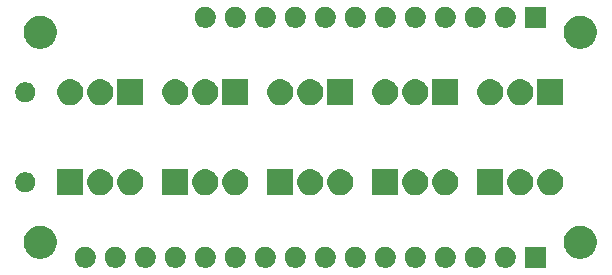
<source format=gbr>
G04 #@! TF.GenerationSoftware,KiCad,Pcbnew,5.1.5-52549c5~84~ubuntu18.04.1*
G04 #@! TF.CreationDate,2020-02-04T21:08:12-05:00*
G04 #@! TF.ProjectId,FeatherWing_KC5,46656174-6865-4725-9769-6e675f4b4335,rev?*
G04 #@! TF.SameCoordinates,Original*
G04 #@! TF.FileFunction,Soldermask,Top*
G04 #@! TF.FilePolarity,Negative*
%FSLAX46Y46*%
G04 Gerber Fmt 4.6, Leading zero omitted, Abs format (unit mm)*
G04 Created by KiCad (PCBNEW 5.1.5-52549c5~84~ubuntu18.04.1) date 2020-02-04 21:08:12*
%MOMM*%
%LPD*%
G04 APERTURE LIST*
%ADD10C,0.100000*%
G04 APERTURE END LIST*
D10*
G36*
X70751000Y-47891000D02*
G01*
X68949000Y-47891000D01*
X68949000Y-46089000D01*
X70751000Y-46089000D01*
X70751000Y-47891000D01*
G37*
G36*
X49643512Y-46093927D02*
G01*
X49792812Y-46123624D01*
X49956784Y-46191544D01*
X50104354Y-46290147D01*
X50229853Y-46415646D01*
X50328456Y-46563216D01*
X50396376Y-46727188D01*
X50431000Y-46901259D01*
X50431000Y-47078741D01*
X50396376Y-47252812D01*
X50328456Y-47416784D01*
X50229853Y-47564354D01*
X50104354Y-47689853D01*
X49956784Y-47788456D01*
X49792812Y-47856376D01*
X49643512Y-47886073D01*
X49618742Y-47891000D01*
X49441258Y-47891000D01*
X49416488Y-47886073D01*
X49267188Y-47856376D01*
X49103216Y-47788456D01*
X48955646Y-47689853D01*
X48830147Y-47564354D01*
X48731544Y-47416784D01*
X48663624Y-47252812D01*
X48629000Y-47078741D01*
X48629000Y-46901259D01*
X48663624Y-46727188D01*
X48731544Y-46563216D01*
X48830147Y-46415646D01*
X48955646Y-46290147D01*
X49103216Y-46191544D01*
X49267188Y-46123624D01*
X49416488Y-46093927D01*
X49441258Y-46089000D01*
X49618742Y-46089000D01*
X49643512Y-46093927D01*
G37*
G36*
X31863512Y-46093927D02*
G01*
X32012812Y-46123624D01*
X32176784Y-46191544D01*
X32324354Y-46290147D01*
X32449853Y-46415646D01*
X32548456Y-46563216D01*
X32616376Y-46727188D01*
X32651000Y-46901259D01*
X32651000Y-47078741D01*
X32616376Y-47252812D01*
X32548456Y-47416784D01*
X32449853Y-47564354D01*
X32324354Y-47689853D01*
X32176784Y-47788456D01*
X32012812Y-47856376D01*
X31863512Y-47886073D01*
X31838742Y-47891000D01*
X31661258Y-47891000D01*
X31636488Y-47886073D01*
X31487188Y-47856376D01*
X31323216Y-47788456D01*
X31175646Y-47689853D01*
X31050147Y-47564354D01*
X30951544Y-47416784D01*
X30883624Y-47252812D01*
X30849000Y-47078741D01*
X30849000Y-46901259D01*
X30883624Y-46727188D01*
X30951544Y-46563216D01*
X31050147Y-46415646D01*
X31175646Y-46290147D01*
X31323216Y-46191544D01*
X31487188Y-46123624D01*
X31636488Y-46093927D01*
X31661258Y-46089000D01*
X31838742Y-46089000D01*
X31863512Y-46093927D01*
G37*
G36*
X34403512Y-46093927D02*
G01*
X34552812Y-46123624D01*
X34716784Y-46191544D01*
X34864354Y-46290147D01*
X34989853Y-46415646D01*
X35088456Y-46563216D01*
X35156376Y-46727188D01*
X35191000Y-46901259D01*
X35191000Y-47078741D01*
X35156376Y-47252812D01*
X35088456Y-47416784D01*
X34989853Y-47564354D01*
X34864354Y-47689853D01*
X34716784Y-47788456D01*
X34552812Y-47856376D01*
X34403512Y-47886073D01*
X34378742Y-47891000D01*
X34201258Y-47891000D01*
X34176488Y-47886073D01*
X34027188Y-47856376D01*
X33863216Y-47788456D01*
X33715646Y-47689853D01*
X33590147Y-47564354D01*
X33491544Y-47416784D01*
X33423624Y-47252812D01*
X33389000Y-47078741D01*
X33389000Y-46901259D01*
X33423624Y-46727188D01*
X33491544Y-46563216D01*
X33590147Y-46415646D01*
X33715646Y-46290147D01*
X33863216Y-46191544D01*
X34027188Y-46123624D01*
X34176488Y-46093927D01*
X34201258Y-46089000D01*
X34378742Y-46089000D01*
X34403512Y-46093927D01*
G37*
G36*
X36943512Y-46093927D02*
G01*
X37092812Y-46123624D01*
X37256784Y-46191544D01*
X37404354Y-46290147D01*
X37529853Y-46415646D01*
X37628456Y-46563216D01*
X37696376Y-46727188D01*
X37731000Y-46901259D01*
X37731000Y-47078741D01*
X37696376Y-47252812D01*
X37628456Y-47416784D01*
X37529853Y-47564354D01*
X37404354Y-47689853D01*
X37256784Y-47788456D01*
X37092812Y-47856376D01*
X36943512Y-47886073D01*
X36918742Y-47891000D01*
X36741258Y-47891000D01*
X36716488Y-47886073D01*
X36567188Y-47856376D01*
X36403216Y-47788456D01*
X36255646Y-47689853D01*
X36130147Y-47564354D01*
X36031544Y-47416784D01*
X35963624Y-47252812D01*
X35929000Y-47078741D01*
X35929000Y-46901259D01*
X35963624Y-46727188D01*
X36031544Y-46563216D01*
X36130147Y-46415646D01*
X36255646Y-46290147D01*
X36403216Y-46191544D01*
X36567188Y-46123624D01*
X36716488Y-46093927D01*
X36741258Y-46089000D01*
X36918742Y-46089000D01*
X36943512Y-46093927D01*
G37*
G36*
X39483512Y-46093927D02*
G01*
X39632812Y-46123624D01*
X39796784Y-46191544D01*
X39944354Y-46290147D01*
X40069853Y-46415646D01*
X40168456Y-46563216D01*
X40236376Y-46727188D01*
X40271000Y-46901259D01*
X40271000Y-47078741D01*
X40236376Y-47252812D01*
X40168456Y-47416784D01*
X40069853Y-47564354D01*
X39944354Y-47689853D01*
X39796784Y-47788456D01*
X39632812Y-47856376D01*
X39483512Y-47886073D01*
X39458742Y-47891000D01*
X39281258Y-47891000D01*
X39256488Y-47886073D01*
X39107188Y-47856376D01*
X38943216Y-47788456D01*
X38795646Y-47689853D01*
X38670147Y-47564354D01*
X38571544Y-47416784D01*
X38503624Y-47252812D01*
X38469000Y-47078741D01*
X38469000Y-46901259D01*
X38503624Y-46727188D01*
X38571544Y-46563216D01*
X38670147Y-46415646D01*
X38795646Y-46290147D01*
X38943216Y-46191544D01*
X39107188Y-46123624D01*
X39256488Y-46093927D01*
X39281258Y-46089000D01*
X39458742Y-46089000D01*
X39483512Y-46093927D01*
G37*
G36*
X42023512Y-46093927D02*
G01*
X42172812Y-46123624D01*
X42336784Y-46191544D01*
X42484354Y-46290147D01*
X42609853Y-46415646D01*
X42708456Y-46563216D01*
X42776376Y-46727188D01*
X42811000Y-46901259D01*
X42811000Y-47078741D01*
X42776376Y-47252812D01*
X42708456Y-47416784D01*
X42609853Y-47564354D01*
X42484354Y-47689853D01*
X42336784Y-47788456D01*
X42172812Y-47856376D01*
X42023512Y-47886073D01*
X41998742Y-47891000D01*
X41821258Y-47891000D01*
X41796488Y-47886073D01*
X41647188Y-47856376D01*
X41483216Y-47788456D01*
X41335646Y-47689853D01*
X41210147Y-47564354D01*
X41111544Y-47416784D01*
X41043624Y-47252812D01*
X41009000Y-47078741D01*
X41009000Y-46901259D01*
X41043624Y-46727188D01*
X41111544Y-46563216D01*
X41210147Y-46415646D01*
X41335646Y-46290147D01*
X41483216Y-46191544D01*
X41647188Y-46123624D01*
X41796488Y-46093927D01*
X41821258Y-46089000D01*
X41998742Y-46089000D01*
X42023512Y-46093927D01*
G37*
G36*
X44563512Y-46093927D02*
G01*
X44712812Y-46123624D01*
X44876784Y-46191544D01*
X45024354Y-46290147D01*
X45149853Y-46415646D01*
X45248456Y-46563216D01*
X45316376Y-46727188D01*
X45351000Y-46901259D01*
X45351000Y-47078741D01*
X45316376Y-47252812D01*
X45248456Y-47416784D01*
X45149853Y-47564354D01*
X45024354Y-47689853D01*
X44876784Y-47788456D01*
X44712812Y-47856376D01*
X44563512Y-47886073D01*
X44538742Y-47891000D01*
X44361258Y-47891000D01*
X44336488Y-47886073D01*
X44187188Y-47856376D01*
X44023216Y-47788456D01*
X43875646Y-47689853D01*
X43750147Y-47564354D01*
X43651544Y-47416784D01*
X43583624Y-47252812D01*
X43549000Y-47078741D01*
X43549000Y-46901259D01*
X43583624Y-46727188D01*
X43651544Y-46563216D01*
X43750147Y-46415646D01*
X43875646Y-46290147D01*
X44023216Y-46191544D01*
X44187188Y-46123624D01*
X44336488Y-46093927D01*
X44361258Y-46089000D01*
X44538742Y-46089000D01*
X44563512Y-46093927D01*
G37*
G36*
X47103512Y-46093927D02*
G01*
X47252812Y-46123624D01*
X47416784Y-46191544D01*
X47564354Y-46290147D01*
X47689853Y-46415646D01*
X47788456Y-46563216D01*
X47856376Y-46727188D01*
X47891000Y-46901259D01*
X47891000Y-47078741D01*
X47856376Y-47252812D01*
X47788456Y-47416784D01*
X47689853Y-47564354D01*
X47564354Y-47689853D01*
X47416784Y-47788456D01*
X47252812Y-47856376D01*
X47103512Y-47886073D01*
X47078742Y-47891000D01*
X46901258Y-47891000D01*
X46876488Y-47886073D01*
X46727188Y-47856376D01*
X46563216Y-47788456D01*
X46415646Y-47689853D01*
X46290147Y-47564354D01*
X46191544Y-47416784D01*
X46123624Y-47252812D01*
X46089000Y-47078741D01*
X46089000Y-46901259D01*
X46123624Y-46727188D01*
X46191544Y-46563216D01*
X46290147Y-46415646D01*
X46415646Y-46290147D01*
X46563216Y-46191544D01*
X46727188Y-46123624D01*
X46876488Y-46093927D01*
X46901258Y-46089000D01*
X47078742Y-46089000D01*
X47103512Y-46093927D01*
G37*
G36*
X52183512Y-46093927D02*
G01*
X52332812Y-46123624D01*
X52496784Y-46191544D01*
X52644354Y-46290147D01*
X52769853Y-46415646D01*
X52868456Y-46563216D01*
X52936376Y-46727188D01*
X52971000Y-46901259D01*
X52971000Y-47078741D01*
X52936376Y-47252812D01*
X52868456Y-47416784D01*
X52769853Y-47564354D01*
X52644354Y-47689853D01*
X52496784Y-47788456D01*
X52332812Y-47856376D01*
X52183512Y-47886073D01*
X52158742Y-47891000D01*
X51981258Y-47891000D01*
X51956488Y-47886073D01*
X51807188Y-47856376D01*
X51643216Y-47788456D01*
X51495646Y-47689853D01*
X51370147Y-47564354D01*
X51271544Y-47416784D01*
X51203624Y-47252812D01*
X51169000Y-47078741D01*
X51169000Y-46901259D01*
X51203624Y-46727188D01*
X51271544Y-46563216D01*
X51370147Y-46415646D01*
X51495646Y-46290147D01*
X51643216Y-46191544D01*
X51807188Y-46123624D01*
X51956488Y-46093927D01*
X51981258Y-46089000D01*
X52158742Y-46089000D01*
X52183512Y-46093927D01*
G37*
G36*
X54723512Y-46093927D02*
G01*
X54872812Y-46123624D01*
X55036784Y-46191544D01*
X55184354Y-46290147D01*
X55309853Y-46415646D01*
X55408456Y-46563216D01*
X55476376Y-46727188D01*
X55511000Y-46901259D01*
X55511000Y-47078741D01*
X55476376Y-47252812D01*
X55408456Y-47416784D01*
X55309853Y-47564354D01*
X55184354Y-47689853D01*
X55036784Y-47788456D01*
X54872812Y-47856376D01*
X54723512Y-47886073D01*
X54698742Y-47891000D01*
X54521258Y-47891000D01*
X54496488Y-47886073D01*
X54347188Y-47856376D01*
X54183216Y-47788456D01*
X54035646Y-47689853D01*
X53910147Y-47564354D01*
X53811544Y-47416784D01*
X53743624Y-47252812D01*
X53709000Y-47078741D01*
X53709000Y-46901259D01*
X53743624Y-46727188D01*
X53811544Y-46563216D01*
X53910147Y-46415646D01*
X54035646Y-46290147D01*
X54183216Y-46191544D01*
X54347188Y-46123624D01*
X54496488Y-46093927D01*
X54521258Y-46089000D01*
X54698742Y-46089000D01*
X54723512Y-46093927D01*
G37*
G36*
X57263512Y-46093927D02*
G01*
X57412812Y-46123624D01*
X57576784Y-46191544D01*
X57724354Y-46290147D01*
X57849853Y-46415646D01*
X57948456Y-46563216D01*
X58016376Y-46727188D01*
X58051000Y-46901259D01*
X58051000Y-47078741D01*
X58016376Y-47252812D01*
X57948456Y-47416784D01*
X57849853Y-47564354D01*
X57724354Y-47689853D01*
X57576784Y-47788456D01*
X57412812Y-47856376D01*
X57263512Y-47886073D01*
X57238742Y-47891000D01*
X57061258Y-47891000D01*
X57036488Y-47886073D01*
X56887188Y-47856376D01*
X56723216Y-47788456D01*
X56575646Y-47689853D01*
X56450147Y-47564354D01*
X56351544Y-47416784D01*
X56283624Y-47252812D01*
X56249000Y-47078741D01*
X56249000Y-46901259D01*
X56283624Y-46727188D01*
X56351544Y-46563216D01*
X56450147Y-46415646D01*
X56575646Y-46290147D01*
X56723216Y-46191544D01*
X56887188Y-46123624D01*
X57036488Y-46093927D01*
X57061258Y-46089000D01*
X57238742Y-46089000D01*
X57263512Y-46093927D01*
G37*
G36*
X59803512Y-46093927D02*
G01*
X59952812Y-46123624D01*
X60116784Y-46191544D01*
X60264354Y-46290147D01*
X60389853Y-46415646D01*
X60488456Y-46563216D01*
X60556376Y-46727188D01*
X60591000Y-46901259D01*
X60591000Y-47078741D01*
X60556376Y-47252812D01*
X60488456Y-47416784D01*
X60389853Y-47564354D01*
X60264354Y-47689853D01*
X60116784Y-47788456D01*
X59952812Y-47856376D01*
X59803512Y-47886073D01*
X59778742Y-47891000D01*
X59601258Y-47891000D01*
X59576488Y-47886073D01*
X59427188Y-47856376D01*
X59263216Y-47788456D01*
X59115646Y-47689853D01*
X58990147Y-47564354D01*
X58891544Y-47416784D01*
X58823624Y-47252812D01*
X58789000Y-47078741D01*
X58789000Y-46901259D01*
X58823624Y-46727188D01*
X58891544Y-46563216D01*
X58990147Y-46415646D01*
X59115646Y-46290147D01*
X59263216Y-46191544D01*
X59427188Y-46123624D01*
X59576488Y-46093927D01*
X59601258Y-46089000D01*
X59778742Y-46089000D01*
X59803512Y-46093927D01*
G37*
G36*
X62343512Y-46093927D02*
G01*
X62492812Y-46123624D01*
X62656784Y-46191544D01*
X62804354Y-46290147D01*
X62929853Y-46415646D01*
X63028456Y-46563216D01*
X63096376Y-46727188D01*
X63131000Y-46901259D01*
X63131000Y-47078741D01*
X63096376Y-47252812D01*
X63028456Y-47416784D01*
X62929853Y-47564354D01*
X62804354Y-47689853D01*
X62656784Y-47788456D01*
X62492812Y-47856376D01*
X62343512Y-47886073D01*
X62318742Y-47891000D01*
X62141258Y-47891000D01*
X62116488Y-47886073D01*
X61967188Y-47856376D01*
X61803216Y-47788456D01*
X61655646Y-47689853D01*
X61530147Y-47564354D01*
X61431544Y-47416784D01*
X61363624Y-47252812D01*
X61329000Y-47078741D01*
X61329000Y-46901259D01*
X61363624Y-46727188D01*
X61431544Y-46563216D01*
X61530147Y-46415646D01*
X61655646Y-46290147D01*
X61803216Y-46191544D01*
X61967188Y-46123624D01*
X62116488Y-46093927D01*
X62141258Y-46089000D01*
X62318742Y-46089000D01*
X62343512Y-46093927D01*
G37*
G36*
X64883512Y-46093927D02*
G01*
X65032812Y-46123624D01*
X65196784Y-46191544D01*
X65344354Y-46290147D01*
X65469853Y-46415646D01*
X65568456Y-46563216D01*
X65636376Y-46727188D01*
X65671000Y-46901259D01*
X65671000Y-47078741D01*
X65636376Y-47252812D01*
X65568456Y-47416784D01*
X65469853Y-47564354D01*
X65344354Y-47689853D01*
X65196784Y-47788456D01*
X65032812Y-47856376D01*
X64883512Y-47886073D01*
X64858742Y-47891000D01*
X64681258Y-47891000D01*
X64656488Y-47886073D01*
X64507188Y-47856376D01*
X64343216Y-47788456D01*
X64195646Y-47689853D01*
X64070147Y-47564354D01*
X63971544Y-47416784D01*
X63903624Y-47252812D01*
X63869000Y-47078741D01*
X63869000Y-46901259D01*
X63903624Y-46727188D01*
X63971544Y-46563216D01*
X64070147Y-46415646D01*
X64195646Y-46290147D01*
X64343216Y-46191544D01*
X64507188Y-46123624D01*
X64656488Y-46093927D01*
X64681258Y-46089000D01*
X64858742Y-46089000D01*
X64883512Y-46093927D01*
G37*
G36*
X67423512Y-46093927D02*
G01*
X67572812Y-46123624D01*
X67736784Y-46191544D01*
X67884354Y-46290147D01*
X68009853Y-46415646D01*
X68108456Y-46563216D01*
X68176376Y-46727188D01*
X68211000Y-46901259D01*
X68211000Y-47078741D01*
X68176376Y-47252812D01*
X68108456Y-47416784D01*
X68009853Y-47564354D01*
X67884354Y-47689853D01*
X67736784Y-47788456D01*
X67572812Y-47856376D01*
X67423512Y-47886073D01*
X67398742Y-47891000D01*
X67221258Y-47891000D01*
X67196488Y-47886073D01*
X67047188Y-47856376D01*
X66883216Y-47788456D01*
X66735646Y-47689853D01*
X66610147Y-47564354D01*
X66511544Y-47416784D01*
X66443624Y-47252812D01*
X66409000Y-47078741D01*
X66409000Y-46901259D01*
X66443624Y-46727188D01*
X66511544Y-46563216D01*
X66610147Y-46415646D01*
X66735646Y-46290147D01*
X66883216Y-46191544D01*
X67047188Y-46123624D01*
X67196488Y-46093927D01*
X67221258Y-46089000D01*
X67398742Y-46089000D01*
X67423512Y-46093927D01*
G37*
G36*
X28258433Y-44354893D02*
G01*
X28348657Y-44372839D01*
X28454267Y-44416585D01*
X28603621Y-44478449D01*
X28603622Y-44478450D01*
X28833086Y-44631772D01*
X29028228Y-44826914D01*
X29130675Y-44980237D01*
X29181551Y-45056379D01*
X29287161Y-45311344D01*
X29341000Y-45582012D01*
X29341000Y-45857988D01*
X29287161Y-46128656D01*
X29181551Y-46383621D01*
X29160152Y-46415647D01*
X29028228Y-46613086D01*
X28833086Y-46808228D01*
X28693856Y-46901258D01*
X28603621Y-46961551D01*
X28454267Y-47023415D01*
X28348657Y-47067161D01*
X28258433Y-47085107D01*
X28077988Y-47121000D01*
X27802012Y-47121000D01*
X27621567Y-47085107D01*
X27531343Y-47067161D01*
X27425733Y-47023415D01*
X27276379Y-46961551D01*
X27186144Y-46901258D01*
X27046914Y-46808228D01*
X26851772Y-46613086D01*
X26719848Y-46415647D01*
X26698449Y-46383621D01*
X26592839Y-46128656D01*
X26539000Y-45857988D01*
X26539000Y-45582012D01*
X26592839Y-45311344D01*
X26698449Y-45056379D01*
X26749325Y-44980237D01*
X26851772Y-44826914D01*
X27046914Y-44631772D01*
X27276378Y-44478450D01*
X27276379Y-44478449D01*
X27425733Y-44416585D01*
X27531343Y-44372839D01*
X27621567Y-44354893D01*
X27802012Y-44319000D01*
X28077988Y-44319000D01*
X28258433Y-44354893D01*
G37*
G36*
X73978433Y-44354893D02*
G01*
X74068657Y-44372839D01*
X74174267Y-44416585D01*
X74323621Y-44478449D01*
X74323622Y-44478450D01*
X74553086Y-44631772D01*
X74748228Y-44826914D01*
X74850675Y-44980237D01*
X74901551Y-45056379D01*
X75007161Y-45311344D01*
X75061000Y-45582012D01*
X75061000Y-45857988D01*
X75007161Y-46128656D01*
X74901551Y-46383621D01*
X74880152Y-46415647D01*
X74748228Y-46613086D01*
X74553086Y-46808228D01*
X74413856Y-46901258D01*
X74323621Y-46961551D01*
X74174267Y-47023415D01*
X74068657Y-47067161D01*
X73978433Y-47085107D01*
X73797988Y-47121000D01*
X73522012Y-47121000D01*
X73341567Y-47085107D01*
X73251343Y-47067161D01*
X73145733Y-47023415D01*
X72996379Y-46961551D01*
X72906144Y-46901258D01*
X72766914Y-46808228D01*
X72571772Y-46613086D01*
X72439848Y-46415647D01*
X72418449Y-46383621D01*
X72312839Y-46128656D01*
X72259000Y-45857988D01*
X72259000Y-45582012D01*
X72312839Y-45311344D01*
X72418449Y-45056379D01*
X72469325Y-44980237D01*
X72571772Y-44826914D01*
X72766914Y-44631772D01*
X72996378Y-44478450D01*
X72996379Y-44478449D01*
X73145733Y-44416585D01*
X73251343Y-44372839D01*
X73341567Y-44354893D01*
X73522012Y-44319000D01*
X73797988Y-44319000D01*
X73978433Y-44354893D01*
G37*
G36*
X31581000Y-41741000D02*
G01*
X29379000Y-41741000D01*
X29379000Y-39539000D01*
X31581000Y-39539000D01*
X31581000Y-41741000D01*
G37*
G36*
X33234794Y-39560155D02*
G01*
X33341150Y-39581311D01*
X33441334Y-39622809D01*
X33541520Y-39664307D01*
X33721844Y-39784795D01*
X33875205Y-39938156D01*
X33995693Y-40118480D01*
X34078689Y-40318851D01*
X34121000Y-40531560D01*
X34121000Y-40748440D01*
X34078689Y-40961149D01*
X33995693Y-41161520D01*
X33875205Y-41341844D01*
X33721844Y-41495205D01*
X33541520Y-41615693D01*
X33341150Y-41698689D01*
X33234794Y-41719845D01*
X33128440Y-41741000D01*
X32911560Y-41741000D01*
X32805206Y-41719845D01*
X32698850Y-41698689D01*
X32498480Y-41615693D01*
X32318156Y-41495205D01*
X32164795Y-41341844D01*
X32044307Y-41161520D01*
X31961311Y-40961149D01*
X31919000Y-40748440D01*
X31919000Y-40531560D01*
X31961311Y-40318851D01*
X32044307Y-40118480D01*
X32164795Y-39938156D01*
X32318156Y-39784795D01*
X32498480Y-39664307D01*
X32598666Y-39622809D01*
X32698850Y-39581311D01*
X32805206Y-39560155D01*
X32911560Y-39539000D01*
X33128440Y-39539000D01*
X33234794Y-39560155D01*
G37*
G36*
X35774794Y-39560155D02*
G01*
X35881150Y-39581311D01*
X35981334Y-39622809D01*
X36081520Y-39664307D01*
X36261844Y-39784795D01*
X36415205Y-39938156D01*
X36535693Y-40118480D01*
X36618689Y-40318851D01*
X36661000Y-40531560D01*
X36661000Y-40748440D01*
X36618689Y-40961149D01*
X36535693Y-41161520D01*
X36415205Y-41341844D01*
X36261844Y-41495205D01*
X36081520Y-41615693D01*
X35981334Y-41657191D01*
X35881150Y-41698689D01*
X35774794Y-41719845D01*
X35668440Y-41741000D01*
X35451560Y-41741000D01*
X35345206Y-41719845D01*
X35238850Y-41698689D01*
X35038480Y-41615693D01*
X34858156Y-41495205D01*
X34704795Y-41341844D01*
X34584307Y-41161520D01*
X34501311Y-40961149D01*
X34459000Y-40748440D01*
X34459000Y-40531560D01*
X34501311Y-40318851D01*
X34584307Y-40118480D01*
X34704795Y-39938156D01*
X34858156Y-39784795D01*
X35038480Y-39664307D01*
X35138666Y-39622809D01*
X35238850Y-39581311D01*
X35345206Y-39560155D01*
X35451560Y-39539000D01*
X35668440Y-39539000D01*
X35774794Y-39560155D01*
G37*
G36*
X40471000Y-41741000D02*
G01*
X38269000Y-41741000D01*
X38269000Y-39539000D01*
X40471000Y-39539000D01*
X40471000Y-41741000D01*
G37*
G36*
X42124794Y-39560155D02*
G01*
X42231150Y-39581311D01*
X42331334Y-39622809D01*
X42431520Y-39664307D01*
X42611844Y-39784795D01*
X42765205Y-39938156D01*
X42885693Y-40118480D01*
X42968689Y-40318851D01*
X43011000Y-40531560D01*
X43011000Y-40748440D01*
X42968689Y-40961149D01*
X42885693Y-41161520D01*
X42765205Y-41341844D01*
X42611844Y-41495205D01*
X42431520Y-41615693D01*
X42331334Y-41657191D01*
X42231150Y-41698689D01*
X42124794Y-41719845D01*
X42018440Y-41741000D01*
X41801560Y-41741000D01*
X41695206Y-41719845D01*
X41588850Y-41698689D01*
X41388480Y-41615693D01*
X41208156Y-41495205D01*
X41054795Y-41341844D01*
X40934307Y-41161520D01*
X40851311Y-40961149D01*
X40809000Y-40748440D01*
X40809000Y-40531560D01*
X40851311Y-40318851D01*
X40934307Y-40118480D01*
X41054795Y-39938156D01*
X41208156Y-39784795D01*
X41388480Y-39664307D01*
X41588850Y-39581311D01*
X41695206Y-39560155D01*
X41801560Y-39539000D01*
X42018440Y-39539000D01*
X42124794Y-39560155D01*
G37*
G36*
X44664794Y-39560155D02*
G01*
X44771150Y-39581311D01*
X44871334Y-39622809D01*
X44971520Y-39664307D01*
X45151844Y-39784795D01*
X45305205Y-39938156D01*
X45425693Y-40118480D01*
X45508689Y-40318851D01*
X45551000Y-40531560D01*
X45551000Y-40748440D01*
X45508689Y-40961149D01*
X45425693Y-41161520D01*
X45305205Y-41341844D01*
X45151844Y-41495205D01*
X44971520Y-41615693D01*
X44871334Y-41657191D01*
X44771150Y-41698689D01*
X44664794Y-41719845D01*
X44558440Y-41741000D01*
X44341560Y-41741000D01*
X44235206Y-41719845D01*
X44128850Y-41698689D01*
X43928480Y-41615693D01*
X43748156Y-41495205D01*
X43594795Y-41341844D01*
X43474307Y-41161520D01*
X43391311Y-40961149D01*
X43349000Y-40748440D01*
X43349000Y-40531560D01*
X43391311Y-40318851D01*
X43474307Y-40118480D01*
X43594795Y-39938156D01*
X43748156Y-39784795D01*
X43928480Y-39664307D01*
X44128850Y-39581311D01*
X44235206Y-39560155D01*
X44341560Y-39539000D01*
X44558440Y-39539000D01*
X44664794Y-39560155D01*
G37*
G36*
X49361000Y-41741000D02*
G01*
X47159000Y-41741000D01*
X47159000Y-39539000D01*
X49361000Y-39539000D01*
X49361000Y-41741000D01*
G37*
G36*
X53554794Y-39560155D02*
G01*
X53661150Y-39581311D01*
X53761334Y-39622809D01*
X53861520Y-39664307D01*
X54041844Y-39784795D01*
X54195205Y-39938156D01*
X54315693Y-40118480D01*
X54398689Y-40318851D01*
X54441000Y-40531560D01*
X54441000Y-40748440D01*
X54398689Y-40961149D01*
X54315693Y-41161520D01*
X54195205Y-41341844D01*
X54041844Y-41495205D01*
X53861520Y-41615693D01*
X53761334Y-41657191D01*
X53661150Y-41698689D01*
X53554794Y-41719845D01*
X53448440Y-41741000D01*
X53231560Y-41741000D01*
X53125206Y-41719845D01*
X53018850Y-41698689D01*
X52818480Y-41615693D01*
X52638156Y-41495205D01*
X52484795Y-41341844D01*
X52364307Y-41161520D01*
X52281311Y-40961149D01*
X52239000Y-40748440D01*
X52239000Y-40531560D01*
X52281311Y-40318851D01*
X52364307Y-40118480D01*
X52484795Y-39938156D01*
X52638156Y-39784795D01*
X52818480Y-39664307D01*
X53018850Y-39581311D01*
X53125206Y-39560155D01*
X53231560Y-39539000D01*
X53448440Y-39539000D01*
X53554794Y-39560155D01*
G37*
G36*
X58251000Y-41741000D02*
G01*
X56049000Y-41741000D01*
X56049000Y-39539000D01*
X58251000Y-39539000D01*
X58251000Y-41741000D01*
G37*
G36*
X59904794Y-39560155D02*
G01*
X60011150Y-39581311D01*
X60111334Y-39622809D01*
X60211520Y-39664307D01*
X60391844Y-39784795D01*
X60545205Y-39938156D01*
X60665693Y-40118480D01*
X60748689Y-40318851D01*
X60791000Y-40531560D01*
X60791000Y-40748440D01*
X60748689Y-40961149D01*
X60665693Y-41161520D01*
X60545205Y-41341844D01*
X60391844Y-41495205D01*
X60211520Y-41615693D01*
X60111334Y-41657191D01*
X60011150Y-41698689D01*
X59904794Y-41719845D01*
X59798440Y-41741000D01*
X59581560Y-41741000D01*
X59475206Y-41719845D01*
X59368850Y-41698689D01*
X59168480Y-41615693D01*
X58988156Y-41495205D01*
X58834795Y-41341844D01*
X58714307Y-41161520D01*
X58631311Y-40961149D01*
X58589000Y-40748440D01*
X58589000Y-40531560D01*
X58631311Y-40318851D01*
X58714307Y-40118480D01*
X58834795Y-39938156D01*
X58988156Y-39784795D01*
X59168480Y-39664307D01*
X59368850Y-39581311D01*
X59475206Y-39560155D01*
X59581560Y-39539000D01*
X59798440Y-39539000D01*
X59904794Y-39560155D01*
G37*
G36*
X62444794Y-39560155D02*
G01*
X62551150Y-39581311D01*
X62651334Y-39622809D01*
X62751520Y-39664307D01*
X62931844Y-39784795D01*
X63085205Y-39938156D01*
X63205693Y-40118480D01*
X63288689Y-40318851D01*
X63331000Y-40531560D01*
X63331000Y-40748440D01*
X63288689Y-40961149D01*
X63205693Y-41161520D01*
X63085205Y-41341844D01*
X62931844Y-41495205D01*
X62751520Y-41615693D01*
X62651334Y-41657191D01*
X62551150Y-41698689D01*
X62444794Y-41719845D01*
X62338440Y-41741000D01*
X62121560Y-41741000D01*
X62015206Y-41719845D01*
X61908850Y-41698689D01*
X61708480Y-41615693D01*
X61528156Y-41495205D01*
X61374795Y-41341844D01*
X61254307Y-41161520D01*
X61171311Y-40961149D01*
X61129000Y-40748440D01*
X61129000Y-40531560D01*
X61171311Y-40318851D01*
X61254307Y-40118480D01*
X61374795Y-39938156D01*
X61528156Y-39784795D01*
X61708480Y-39664307D01*
X61908850Y-39581311D01*
X62015206Y-39560155D01*
X62121560Y-39539000D01*
X62338440Y-39539000D01*
X62444794Y-39560155D01*
G37*
G36*
X67141000Y-41741000D02*
G01*
X64939000Y-41741000D01*
X64939000Y-39539000D01*
X67141000Y-39539000D01*
X67141000Y-41741000D01*
G37*
G36*
X68794794Y-39560155D02*
G01*
X68901150Y-39581311D01*
X69001334Y-39622809D01*
X69101520Y-39664307D01*
X69281844Y-39784795D01*
X69435205Y-39938156D01*
X69555693Y-40118480D01*
X69638689Y-40318851D01*
X69681000Y-40531560D01*
X69681000Y-40748440D01*
X69638689Y-40961149D01*
X69555693Y-41161520D01*
X69435205Y-41341844D01*
X69281844Y-41495205D01*
X69101520Y-41615693D01*
X69001334Y-41657191D01*
X68901150Y-41698689D01*
X68794794Y-41719845D01*
X68688440Y-41741000D01*
X68471560Y-41741000D01*
X68365206Y-41719845D01*
X68258850Y-41698689D01*
X68058480Y-41615693D01*
X67878156Y-41495205D01*
X67724795Y-41341844D01*
X67604307Y-41161520D01*
X67521311Y-40961149D01*
X67479000Y-40748440D01*
X67479000Y-40531560D01*
X67521311Y-40318851D01*
X67604307Y-40118480D01*
X67724795Y-39938156D01*
X67878156Y-39784795D01*
X68058480Y-39664307D01*
X68258850Y-39581311D01*
X68365206Y-39560155D01*
X68471560Y-39539000D01*
X68688440Y-39539000D01*
X68794794Y-39560155D01*
G37*
G36*
X71334794Y-39560155D02*
G01*
X71441150Y-39581311D01*
X71541334Y-39622809D01*
X71641520Y-39664307D01*
X71821844Y-39784795D01*
X71975205Y-39938156D01*
X72095693Y-40118480D01*
X72178689Y-40318851D01*
X72221000Y-40531560D01*
X72221000Y-40748440D01*
X72178689Y-40961149D01*
X72095693Y-41161520D01*
X71975205Y-41341844D01*
X71821844Y-41495205D01*
X71641520Y-41615693D01*
X71541334Y-41657191D01*
X71441150Y-41698689D01*
X71334794Y-41719845D01*
X71228440Y-41741000D01*
X71011560Y-41741000D01*
X70905206Y-41719845D01*
X70798850Y-41698689D01*
X70598480Y-41615693D01*
X70418156Y-41495205D01*
X70264795Y-41341844D01*
X70144307Y-41161520D01*
X70061311Y-40961149D01*
X70019000Y-40748440D01*
X70019000Y-40531560D01*
X70061311Y-40318851D01*
X70144307Y-40118480D01*
X70264795Y-39938156D01*
X70418156Y-39784795D01*
X70598480Y-39664307D01*
X70798850Y-39581311D01*
X70905206Y-39560155D01*
X71011560Y-39539000D01*
X71228440Y-39539000D01*
X71334794Y-39560155D01*
G37*
G36*
X51014794Y-39560155D02*
G01*
X51121150Y-39581311D01*
X51221334Y-39622809D01*
X51321520Y-39664307D01*
X51501844Y-39784795D01*
X51655205Y-39938156D01*
X51775693Y-40118480D01*
X51858689Y-40318851D01*
X51901000Y-40531560D01*
X51901000Y-40748440D01*
X51858689Y-40961149D01*
X51775693Y-41161520D01*
X51655205Y-41341844D01*
X51501844Y-41495205D01*
X51321520Y-41615693D01*
X51221334Y-41657191D01*
X51121150Y-41698689D01*
X51014794Y-41719845D01*
X50908440Y-41741000D01*
X50691560Y-41741000D01*
X50585206Y-41719845D01*
X50478850Y-41698689D01*
X50278480Y-41615693D01*
X50098156Y-41495205D01*
X49944795Y-41341844D01*
X49824307Y-41161520D01*
X49741311Y-40961149D01*
X49699000Y-40748440D01*
X49699000Y-40531560D01*
X49741311Y-40318851D01*
X49824307Y-40118480D01*
X49944795Y-39938156D01*
X50098156Y-39784795D01*
X50278480Y-39664307D01*
X50478850Y-39581311D01*
X50585206Y-39560155D01*
X50691560Y-39539000D01*
X50908440Y-39539000D01*
X51014794Y-39560155D01*
G37*
G36*
X26918228Y-39821703D02*
G01*
X27073100Y-39885853D01*
X27212481Y-39978985D01*
X27331015Y-40097519D01*
X27424147Y-40236900D01*
X27488297Y-40391772D01*
X27521000Y-40556184D01*
X27521000Y-40723816D01*
X27488297Y-40888228D01*
X27424147Y-41043100D01*
X27331015Y-41182481D01*
X27212481Y-41301015D01*
X27073100Y-41394147D01*
X26918228Y-41458297D01*
X26753816Y-41491000D01*
X26586184Y-41491000D01*
X26421772Y-41458297D01*
X26266900Y-41394147D01*
X26127519Y-41301015D01*
X26008985Y-41182481D01*
X25915853Y-41043100D01*
X25851703Y-40888228D01*
X25819000Y-40723816D01*
X25819000Y-40556184D01*
X25851703Y-40391772D01*
X25915853Y-40236900D01*
X26008985Y-40097519D01*
X26127519Y-39978985D01*
X26266900Y-39885853D01*
X26421772Y-39821703D01*
X26586184Y-39789000D01*
X26753816Y-39789000D01*
X26918228Y-39821703D01*
G37*
G36*
X45551000Y-34121000D02*
G01*
X43349000Y-34121000D01*
X43349000Y-31919000D01*
X45551000Y-31919000D01*
X45551000Y-34121000D01*
G37*
G36*
X30694794Y-31940155D02*
G01*
X30801150Y-31961311D01*
X31001520Y-32044307D01*
X31181844Y-32164795D01*
X31335205Y-32318156D01*
X31455693Y-32498480D01*
X31538689Y-32698851D01*
X31581000Y-32911560D01*
X31581000Y-33128440D01*
X31538689Y-33341149D01*
X31455693Y-33541520D01*
X31335205Y-33721844D01*
X31181844Y-33875205D01*
X31001520Y-33995693D01*
X30901334Y-34037191D01*
X30801150Y-34078689D01*
X30694795Y-34099844D01*
X30588440Y-34121000D01*
X30371560Y-34121000D01*
X30265205Y-34099844D01*
X30158850Y-34078689D01*
X30058666Y-34037191D01*
X29958480Y-33995693D01*
X29778156Y-33875205D01*
X29624795Y-33721844D01*
X29504307Y-33541520D01*
X29421311Y-33341149D01*
X29379000Y-33128440D01*
X29379000Y-32911560D01*
X29421311Y-32698851D01*
X29504307Y-32498480D01*
X29624795Y-32318156D01*
X29778156Y-32164795D01*
X29958480Y-32044307D01*
X30158850Y-31961311D01*
X30265206Y-31940155D01*
X30371560Y-31919000D01*
X30588440Y-31919000D01*
X30694794Y-31940155D01*
G37*
G36*
X36661000Y-34121000D02*
G01*
X34459000Y-34121000D01*
X34459000Y-31919000D01*
X36661000Y-31919000D01*
X36661000Y-34121000D01*
G37*
G36*
X39584794Y-31940155D02*
G01*
X39691150Y-31961311D01*
X39891520Y-32044307D01*
X40071844Y-32164795D01*
X40225205Y-32318156D01*
X40345693Y-32498480D01*
X40428689Y-32698851D01*
X40471000Y-32911560D01*
X40471000Y-33128440D01*
X40428689Y-33341149D01*
X40345693Y-33541520D01*
X40225205Y-33721844D01*
X40071844Y-33875205D01*
X39891520Y-33995693D01*
X39791334Y-34037191D01*
X39691150Y-34078689D01*
X39584795Y-34099844D01*
X39478440Y-34121000D01*
X39261560Y-34121000D01*
X39155205Y-34099844D01*
X39048850Y-34078689D01*
X38948666Y-34037191D01*
X38848480Y-33995693D01*
X38668156Y-33875205D01*
X38514795Y-33721844D01*
X38394307Y-33541520D01*
X38311311Y-33341149D01*
X38269000Y-33128440D01*
X38269000Y-32911560D01*
X38311311Y-32698851D01*
X38394307Y-32498480D01*
X38514795Y-32318156D01*
X38668156Y-32164795D01*
X38848480Y-32044307D01*
X39048850Y-31961311D01*
X39155206Y-31940155D01*
X39261560Y-31919000D01*
X39478440Y-31919000D01*
X39584794Y-31940155D01*
G37*
G36*
X42124794Y-31940155D02*
G01*
X42231150Y-31961311D01*
X42431520Y-32044307D01*
X42611844Y-32164795D01*
X42765205Y-32318156D01*
X42885693Y-32498480D01*
X42968689Y-32698851D01*
X43011000Y-32911560D01*
X43011000Y-33128440D01*
X42968689Y-33341149D01*
X42885693Y-33541520D01*
X42765205Y-33721844D01*
X42611844Y-33875205D01*
X42431520Y-33995693D01*
X42331334Y-34037191D01*
X42231150Y-34078689D01*
X42124795Y-34099844D01*
X42018440Y-34121000D01*
X41801560Y-34121000D01*
X41695205Y-34099844D01*
X41588850Y-34078689D01*
X41488666Y-34037191D01*
X41388480Y-33995693D01*
X41208156Y-33875205D01*
X41054795Y-33721844D01*
X40934307Y-33541520D01*
X40851311Y-33341149D01*
X40809000Y-33128440D01*
X40809000Y-32911560D01*
X40851311Y-32698851D01*
X40934307Y-32498480D01*
X41054795Y-32318156D01*
X41208156Y-32164795D01*
X41388480Y-32044307D01*
X41588850Y-31961311D01*
X41695206Y-31940155D01*
X41801560Y-31919000D01*
X42018440Y-31919000D01*
X42124794Y-31940155D01*
G37*
G36*
X48474794Y-31940155D02*
G01*
X48581150Y-31961311D01*
X48781520Y-32044307D01*
X48961844Y-32164795D01*
X49115205Y-32318156D01*
X49235693Y-32498480D01*
X49318689Y-32698851D01*
X49361000Y-32911560D01*
X49361000Y-33128440D01*
X49318689Y-33341149D01*
X49235693Y-33541520D01*
X49115205Y-33721844D01*
X48961844Y-33875205D01*
X48781520Y-33995693D01*
X48681334Y-34037191D01*
X48581150Y-34078689D01*
X48474795Y-34099844D01*
X48368440Y-34121000D01*
X48151560Y-34121000D01*
X48045205Y-34099844D01*
X47938850Y-34078689D01*
X47838666Y-34037191D01*
X47738480Y-33995693D01*
X47558156Y-33875205D01*
X47404795Y-33721844D01*
X47284307Y-33541520D01*
X47201311Y-33341149D01*
X47159000Y-33128440D01*
X47159000Y-32911560D01*
X47201311Y-32698851D01*
X47284307Y-32498480D01*
X47404795Y-32318156D01*
X47558156Y-32164795D01*
X47738480Y-32044307D01*
X47938850Y-31961311D01*
X48045206Y-31940155D01*
X48151560Y-31919000D01*
X48368440Y-31919000D01*
X48474794Y-31940155D01*
G37*
G36*
X51014794Y-31940155D02*
G01*
X51121150Y-31961311D01*
X51321520Y-32044307D01*
X51501844Y-32164795D01*
X51655205Y-32318156D01*
X51775693Y-32498480D01*
X51858689Y-32698851D01*
X51901000Y-32911560D01*
X51901000Y-33128440D01*
X51858689Y-33341149D01*
X51775693Y-33541520D01*
X51655205Y-33721844D01*
X51501844Y-33875205D01*
X51321520Y-33995693D01*
X51221334Y-34037191D01*
X51121150Y-34078689D01*
X51014795Y-34099844D01*
X50908440Y-34121000D01*
X50691560Y-34121000D01*
X50585205Y-34099844D01*
X50478850Y-34078689D01*
X50378666Y-34037191D01*
X50278480Y-33995693D01*
X50098156Y-33875205D01*
X49944795Y-33721844D01*
X49824307Y-33541520D01*
X49741311Y-33341149D01*
X49699000Y-33128440D01*
X49699000Y-32911560D01*
X49741311Y-32698851D01*
X49824307Y-32498480D01*
X49944795Y-32318156D01*
X50098156Y-32164795D01*
X50278480Y-32044307D01*
X50478850Y-31961311D01*
X50585206Y-31940155D01*
X50691560Y-31919000D01*
X50908440Y-31919000D01*
X51014794Y-31940155D01*
G37*
G36*
X66254794Y-31940155D02*
G01*
X66361150Y-31961311D01*
X66561520Y-32044307D01*
X66741844Y-32164795D01*
X66895205Y-32318156D01*
X67015693Y-32498480D01*
X67098689Y-32698851D01*
X67141000Y-32911560D01*
X67141000Y-33128440D01*
X67098689Y-33341149D01*
X67015693Y-33541520D01*
X66895205Y-33721844D01*
X66741844Y-33875205D01*
X66561520Y-33995693D01*
X66461334Y-34037191D01*
X66361150Y-34078689D01*
X66254795Y-34099844D01*
X66148440Y-34121000D01*
X65931560Y-34121000D01*
X65825205Y-34099844D01*
X65718850Y-34078689D01*
X65618666Y-34037191D01*
X65518480Y-33995693D01*
X65338156Y-33875205D01*
X65184795Y-33721844D01*
X65064307Y-33541520D01*
X64981311Y-33341149D01*
X64939000Y-33128440D01*
X64939000Y-32911560D01*
X64981311Y-32698851D01*
X65064307Y-32498480D01*
X65184795Y-32318156D01*
X65338156Y-32164795D01*
X65518480Y-32044307D01*
X65718850Y-31961311D01*
X65825206Y-31940155D01*
X65931560Y-31919000D01*
X66148440Y-31919000D01*
X66254794Y-31940155D01*
G37*
G36*
X68794794Y-31940155D02*
G01*
X68901150Y-31961311D01*
X69101520Y-32044307D01*
X69281844Y-32164795D01*
X69435205Y-32318156D01*
X69555693Y-32498480D01*
X69638689Y-32698851D01*
X69681000Y-32911560D01*
X69681000Y-33128440D01*
X69638689Y-33341149D01*
X69555693Y-33541520D01*
X69435205Y-33721844D01*
X69281844Y-33875205D01*
X69101520Y-33995693D01*
X69001334Y-34037191D01*
X68901150Y-34078689D01*
X68794795Y-34099844D01*
X68688440Y-34121000D01*
X68471560Y-34121000D01*
X68365205Y-34099844D01*
X68258850Y-34078689D01*
X68158666Y-34037191D01*
X68058480Y-33995693D01*
X67878156Y-33875205D01*
X67724795Y-33721844D01*
X67604307Y-33541520D01*
X67521311Y-33341149D01*
X67479000Y-33128440D01*
X67479000Y-32911560D01*
X67521311Y-32698851D01*
X67604307Y-32498480D01*
X67724795Y-32318156D01*
X67878156Y-32164795D01*
X68058480Y-32044307D01*
X68258850Y-31961311D01*
X68365206Y-31940155D01*
X68471560Y-31919000D01*
X68688440Y-31919000D01*
X68794794Y-31940155D01*
G37*
G36*
X72221000Y-34121000D02*
G01*
X70019000Y-34121000D01*
X70019000Y-31919000D01*
X72221000Y-31919000D01*
X72221000Y-34121000D01*
G37*
G36*
X57364794Y-31940155D02*
G01*
X57471150Y-31961311D01*
X57671520Y-32044307D01*
X57851844Y-32164795D01*
X58005205Y-32318156D01*
X58125693Y-32498480D01*
X58208689Y-32698851D01*
X58251000Y-32911560D01*
X58251000Y-33128440D01*
X58208689Y-33341149D01*
X58125693Y-33541520D01*
X58005205Y-33721844D01*
X57851844Y-33875205D01*
X57671520Y-33995693D01*
X57571334Y-34037191D01*
X57471150Y-34078689D01*
X57364795Y-34099844D01*
X57258440Y-34121000D01*
X57041560Y-34121000D01*
X56935205Y-34099844D01*
X56828850Y-34078689D01*
X56728666Y-34037191D01*
X56628480Y-33995693D01*
X56448156Y-33875205D01*
X56294795Y-33721844D01*
X56174307Y-33541520D01*
X56091311Y-33341149D01*
X56049000Y-33128440D01*
X56049000Y-32911560D01*
X56091311Y-32698851D01*
X56174307Y-32498480D01*
X56294795Y-32318156D01*
X56448156Y-32164795D01*
X56628480Y-32044307D01*
X56828850Y-31961311D01*
X56935206Y-31940155D01*
X57041560Y-31919000D01*
X57258440Y-31919000D01*
X57364794Y-31940155D01*
G37*
G36*
X59904794Y-31940155D02*
G01*
X60011150Y-31961311D01*
X60211520Y-32044307D01*
X60391844Y-32164795D01*
X60545205Y-32318156D01*
X60665693Y-32498480D01*
X60748689Y-32698851D01*
X60791000Y-32911560D01*
X60791000Y-33128440D01*
X60748689Y-33341149D01*
X60665693Y-33541520D01*
X60545205Y-33721844D01*
X60391844Y-33875205D01*
X60211520Y-33995693D01*
X60111334Y-34037191D01*
X60011150Y-34078689D01*
X59904795Y-34099844D01*
X59798440Y-34121000D01*
X59581560Y-34121000D01*
X59475205Y-34099844D01*
X59368850Y-34078689D01*
X59268666Y-34037191D01*
X59168480Y-33995693D01*
X58988156Y-33875205D01*
X58834795Y-33721844D01*
X58714307Y-33541520D01*
X58631311Y-33341149D01*
X58589000Y-33128440D01*
X58589000Y-32911560D01*
X58631311Y-32698851D01*
X58714307Y-32498480D01*
X58834795Y-32318156D01*
X58988156Y-32164795D01*
X59168480Y-32044307D01*
X59368850Y-31961311D01*
X59475206Y-31940155D01*
X59581560Y-31919000D01*
X59798440Y-31919000D01*
X59904794Y-31940155D01*
G37*
G36*
X63331000Y-34121000D02*
G01*
X61129000Y-34121000D01*
X61129000Y-31919000D01*
X63331000Y-31919000D01*
X63331000Y-34121000D01*
G37*
G36*
X33234794Y-31940155D02*
G01*
X33341150Y-31961311D01*
X33541520Y-32044307D01*
X33721844Y-32164795D01*
X33875205Y-32318156D01*
X33995693Y-32498480D01*
X34078689Y-32698851D01*
X34121000Y-32911560D01*
X34121000Y-33128440D01*
X34078689Y-33341149D01*
X33995693Y-33541520D01*
X33875205Y-33721844D01*
X33721844Y-33875205D01*
X33541520Y-33995693D01*
X33441334Y-34037191D01*
X33341150Y-34078689D01*
X33234795Y-34099844D01*
X33128440Y-34121000D01*
X32911560Y-34121000D01*
X32805205Y-34099844D01*
X32698850Y-34078689D01*
X32598666Y-34037191D01*
X32498480Y-33995693D01*
X32318156Y-33875205D01*
X32164795Y-33721844D01*
X32044307Y-33541520D01*
X31961311Y-33341149D01*
X31919000Y-33128440D01*
X31919000Y-32911560D01*
X31961311Y-32698851D01*
X32044307Y-32498480D01*
X32164795Y-32318156D01*
X32318156Y-32164795D01*
X32498480Y-32044307D01*
X32698850Y-31961311D01*
X32805206Y-31940155D01*
X32911560Y-31919000D01*
X33128440Y-31919000D01*
X33234794Y-31940155D01*
G37*
G36*
X54441000Y-34121000D02*
G01*
X52239000Y-34121000D01*
X52239000Y-31919000D01*
X54441000Y-31919000D01*
X54441000Y-34121000D01*
G37*
G36*
X26918228Y-32201703D02*
G01*
X27073100Y-32265853D01*
X27212481Y-32358985D01*
X27331015Y-32477519D01*
X27424147Y-32616900D01*
X27488297Y-32771772D01*
X27521000Y-32936184D01*
X27521000Y-33103816D01*
X27488297Y-33268228D01*
X27424147Y-33423100D01*
X27331015Y-33562481D01*
X27212481Y-33681015D01*
X27073100Y-33774147D01*
X26918228Y-33838297D01*
X26753816Y-33871000D01*
X26586184Y-33871000D01*
X26421772Y-33838297D01*
X26266900Y-33774147D01*
X26127519Y-33681015D01*
X26008985Y-33562481D01*
X25915853Y-33423100D01*
X25851703Y-33268228D01*
X25819000Y-33103816D01*
X25819000Y-32936184D01*
X25851703Y-32771772D01*
X25915853Y-32616900D01*
X26008985Y-32477519D01*
X26127519Y-32358985D01*
X26266900Y-32265853D01*
X26421772Y-32201703D01*
X26586184Y-32169000D01*
X26753816Y-32169000D01*
X26918228Y-32201703D01*
G37*
G36*
X73978433Y-26574893D02*
G01*
X74068657Y-26592839D01*
X74174267Y-26636585D01*
X74323621Y-26698449D01*
X74323622Y-26698450D01*
X74553086Y-26851772D01*
X74748228Y-27046914D01*
X74850675Y-27200237D01*
X74901551Y-27276379D01*
X75007161Y-27531344D01*
X75061000Y-27802012D01*
X75061000Y-28077988D01*
X75007161Y-28348656D01*
X74901551Y-28603621D01*
X74901550Y-28603622D01*
X74748228Y-28833086D01*
X74553086Y-29028228D01*
X74399763Y-29130675D01*
X74323621Y-29181551D01*
X74174267Y-29243415D01*
X74068657Y-29287161D01*
X73978433Y-29305107D01*
X73797988Y-29341000D01*
X73522012Y-29341000D01*
X73341567Y-29305107D01*
X73251343Y-29287161D01*
X73145733Y-29243415D01*
X72996379Y-29181551D01*
X72920237Y-29130675D01*
X72766914Y-29028228D01*
X72571772Y-28833086D01*
X72418450Y-28603622D01*
X72418449Y-28603621D01*
X72312839Y-28348656D01*
X72259000Y-28077988D01*
X72259000Y-27802012D01*
X72312839Y-27531344D01*
X72418449Y-27276379D01*
X72469325Y-27200237D01*
X72571772Y-27046914D01*
X72766914Y-26851772D01*
X72996378Y-26698450D01*
X72996379Y-26698449D01*
X73145733Y-26636585D01*
X73251343Y-26592839D01*
X73341567Y-26574893D01*
X73522012Y-26539000D01*
X73797988Y-26539000D01*
X73978433Y-26574893D01*
G37*
G36*
X28258433Y-26574893D02*
G01*
X28348657Y-26592839D01*
X28454267Y-26636585D01*
X28603621Y-26698449D01*
X28603622Y-26698450D01*
X28833086Y-26851772D01*
X29028228Y-27046914D01*
X29130675Y-27200237D01*
X29181551Y-27276379D01*
X29287161Y-27531344D01*
X29341000Y-27802012D01*
X29341000Y-28077988D01*
X29287161Y-28348656D01*
X29181551Y-28603621D01*
X29181550Y-28603622D01*
X29028228Y-28833086D01*
X28833086Y-29028228D01*
X28679763Y-29130675D01*
X28603621Y-29181551D01*
X28454267Y-29243415D01*
X28348657Y-29287161D01*
X28258433Y-29305107D01*
X28077988Y-29341000D01*
X27802012Y-29341000D01*
X27621567Y-29305107D01*
X27531343Y-29287161D01*
X27425733Y-29243415D01*
X27276379Y-29181551D01*
X27200237Y-29130675D01*
X27046914Y-29028228D01*
X26851772Y-28833086D01*
X26698450Y-28603622D01*
X26698449Y-28603621D01*
X26592839Y-28348656D01*
X26539000Y-28077988D01*
X26539000Y-27802012D01*
X26592839Y-27531344D01*
X26698449Y-27276379D01*
X26749325Y-27200237D01*
X26851772Y-27046914D01*
X27046914Y-26851772D01*
X27276378Y-26698450D01*
X27276379Y-26698449D01*
X27425733Y-26636585D01*
X27531343Y-26592839D01*
X27621567Y-26574893D01*
X27802012Y-26539000D01*
X28077988Y-26539000D01*
X28258433Y-26574893D01*
G37*
G36*
X42023512Y-25773927D02*
G01*
X42172812Y-25803624D01*
X42336784Y-25871544D01*
X42484354Y-25970147D01*
X42609853Y-26095646D01*
X42708456Y-26243216D01*
X42776376Y-26407188D01*
X42811000Y-26581259D01*
X42811000Y-26758741D01*
X42776376Y-26932812D01*
X42708456Y-27096784D01*
X42609853Y-27244354D01*
X42484354Y-27369853D01*
X42336784Y-27468456D01*
X42172812Y-27536376D01*
X42023512Y-27566073D01*
X41998742Y-27571000D01*
X41821258Y-27571000D01*
X41796488Y-27566073D01*
X41647188Y-27536376D01*
X41483216Y-27468456D01*
X41335646Y-27369853D01*
X41210147Y-27244354D01*
X41111544Y-27096784D01*
X41043624Y-26932812D01*
X41009000Y-26758741D01*
X41009000Y-26581259D01*
X41043624Y-26407188D01*
X41111544Y-26243216D01*
X41210147Y-26095646D01*
X41335646Y-25970147D01*
X41483216Y-25871544D01*
X41647188Y-25803624D01*
X41796488Y-25773927D01*
X41821258Y-25769000D01*
X41998742Y-25769000D01*
X42023512Y-25773927D01*
G37*
G36*
X44563512Y-25773927D02*
G01*
X44712812Y-25803624D01*
X44876784Y-25871544D01*
X45024354Y-25970147D01*
X45149853Y-26095646D01*
X45248456Y-26243216D01*
X45316376Y-26407188D01*
X45351000Y-26581259D01*
X45351000Y-26758741D01*
X45316376Y-26932812D01*
X45248456Y-27096784D01*
X45149853Y-27244354D01*
X45024354Y-27369853D01*
X44876784Y-27468456D01*
X44712812Y-27536376D01*
X44563512Y-27566073D01*
X44538742Y-27571000D01*
X44361258Y-27571000D01*
X44336488Y-27566073D01*
X44187188Y-27536376D01*
X44023216Y-27468456D01*
X43875646Y-27369853D01*
X43750147Y-27244354D01*
X43651544Y-27096784D01*
X43583624Y-26932812D01*
X43549000Y-26758741D01*
X43549000Y-26581259D01*
X43583624Y-26407188D01*
X43651544Y-26243216D01*
X43750147Y-26095646D01*
X43875646Y-25970147D01*
X44023216Y-25871544D01*
X44187188Y-25803624D01*
X44336488Y-25773927D01*
X44361258Y-25769000D01*
X44538742Y-25769000D01*
X44563512Y-25773927D01*
G37*
G36*
X49643512Y-25773927D02*
G01*
X49792812Y-25803624D01*
X49956784Y-25871544D01*
X50104354Y-25970147D01*
X50229853Y-26095646D01*
X50328456Y-26243216D01*
X50396376Y-26407188D01*
X50431000Y-26581259D01*
X50431000Y-26758741D01*
X50396376Y-26932812D01*
X50328456Y-27096784D01*
X50229853Y-27244354D01*
X50104354Y-27369853D01*
X49956784Y-27468456D01*
X49792812Y-27536376D01*
X49643512Y-27566073D01*
X49618742Y-27571000D01*
X49441258Y-27571000D01*
X49416488Y-27566073D01*
X49267188Y-27536376D01*
X49103216Y-27468456D01*
X48955646Y-27369853D01*
X48830147Y-27244354D01*
X48731544Y-27096784D01*
X48663624Y-26932812D01*
X48629000Y-26758741D01*
X48629000Y-26581259D01*
X48663624Y-26407188D01*
X48731544Y-26243216D01*
X48830147Y-26095646D01*
X48955646Y-25970147D01*
X49103216Y-25871544D01*
X49267188Y-25803624D01*
X49416488Y-25773927D01*
X49441258Y-25769000D01*
X49618742Y-25769000D01*
X49643512Y-25773927D01*
G37*
G36*
X52183512Y-25773927D02*
G01*
X52332812Y-25803624D01*
X52496784Y-25871544D01*
X52644354Y-25970147D01*
X52769853Y-26095646D01*
X52868456Y-26243216D01*
X52936376Y-26407188D01*
X52971000Y-26581259D01*
X52971000Y-26758741D01*
X52936376Y-26932812D01*
X52868456Y-27096784D01*
X52769853Y-27244354D01*
X52644354Y-27369853D01*
X52496784Y-27468456D01*
X52332812Y-27536376D01*
X52183512Y-27566073D01*
X52158742Y-27571000D01*
X51981258Y-27571000D01*
X51956488Y-27566073D01*
X51807188Y-27536376D01*
X51643216Y-27468456D01*
X51495646Y-27369853D01*
X51370147Y-27244354D01*
X51271544Y-27096784D01*
X51203624Y-26932812D01*
X51169000Y-26758741D01*
X51169000Y-26581259D01*
X51203624Y-26407188D01*
X51271544Y-26243216D01*
X51370147Y-26095646D01*
X51495646Y-25970147D01*
X51643216Y-25871544D01*
X51807188Y-25803624D01*
X51956488Y-25773927D01*
X51981258Y-25769000D01*
X52158742Y-25769000D01*
X52183512Y-25773927D01*
G37*
G36*
X54723512Y-25773927D02*
G01*
X54872812Y-25803624D01*
X55036784Y-25871544D01*
X55184354Y-25970147D01*
X55309853Y-26095646D01*
X55408456Y-26243216D01*
X55476376Y-26407188D01*
X55511000Y-26581259D01*
X55511000Y-26758741D01*
X55476376Y-26932812D01*
X55408456Y-27096784D01*
X55309853Y-27244354D01*
X55184354Y-27369853D01*
X55036784Y-27468456D01*
X54872812Y-27536376D01*
X54723512Y-27566073D01*
X54698742Y-27571000D01*
X54521258Y-27571000D01*
X54496488Y-27566073D01*
X54347188Y-27536376D01*
X54183216Y-27468456D01*
X54035646Y-27369853D01*
X53910147Y-27244354D01*
X53811544Y-27096784D01*
X53743624Y-26932812D01*
X53709000Y-26758741D01*
X53709000Y-26581259D01*
X53743624Y-26407188D01*
X53811544Y-26243216D01*
X53910147Y-26095646D01*
X54035646Y-25970147D01*
X54183216Y-25871544D01*
X54347188Y-25803624D01*
X54496488Y-25773927D01*
X54521258Y-25769000D01*
X54698742Y-25769000D01*
X54723512Y-25773927D01*
G37*
G36*
X57263512Y-25773927D02*
G01*
X57412812Y-25803624D01*
X57576784Y-25871544D01*
X57724354Y-25970147D01*
X57849853Y-26095646D01*
X57948456Y-26243216D01*
X58016376Y-26407188D01*
X58051000Y-26581259D01*
X58051000Y-26758741D01*
X58016376Y-26932812D01*
X57948456Y-27096784D01*
X57849853Y-27244354D01*
X57724354Y-27369853D01*
X57576784Y-27468456D01*
X57412812Y-27536376D01*
X57263512Y-27566073D01*
X57238742Y-27571000D01*
X57061258Y-27571000D01*
X57036488Y-27566073D01*
X56887188Y-27536376D01*
X56723216Y-27468456D01*
X56575646Y-27369853D01*
X56450147Y-27244354D01*
X56351544Y-27096784D01*
X56283624Y-26932812D01*
X56249000Y-26758741D01*
X56249000Y-26581259D01*
X56283624Y-26407188D01*
X56351544Y-26243216D01*
X56450147Y-26095646D01*
X56575646Y-25970147D01*
X56723216Y-25871544D01*
X56887188Y-25803624D01*
X57036488Y-25773927D01*
X57061258Y-25769000D01*
X57238742Y-25769000D01*
X57263512Y-25773927D01*
G37*
G36*
X59803512Y-25773927D02*
G01*
X59952812Y-25803624D01*
X60116784Y-25871544D01*
X60264354Y-25970147D01*
X60389853Y-26095646D01*
X60488456Y-26243216D01*
X60556376Y-26407188D01*
X60591000Y-26581259D01*
X60591000Y-26758741D01*
X60556376Y-26932812D01*
X60488456Y-27096784D01*
X60389853Y-27244354D01*
X60264354Y-27369853D01*
X60116784Y-27468456D01*
X59952812Y-27536376D01*
X59803512Y-27566073D01*
X59778742Y-27571000D01*
X59601258Y-27571000D01*
X59576488Y-27566073D01*
X59427188Y-27536376D01*
X59263216Y-27468456D01*
X59115646Y-27369853D01*
X58990147Y-27244354D01*
X58891544Y-27096784D01*
X58823624Y-26932812D01*
X58789000Y-26758741D01*
X58789000Y-26581259D01*
X58823624Y-26407188D01*
X58891544Y-26243216D01*
X58990147Y-26095646D01*
X59115646Y-25970147D01*
X59263216Y-25871544D01*
X59427188Y-25803624D01*
X59576488Y-25773927D01*
X59601258Y-25769000D01*
X59778742Y-25769000D01*
X59803512Y-25773927D01*
G37*
G36*
X62343512Y-25773927D02*
G01*
X62492812Y-25803624D01*
X62656784Y-25871544D01*
X62804354Y-25970147D01*
X62929853Y-26095646D01*
X63028456Y-26243216D01*
X63096376Y-26407188D01*
X63131000Y-26581259D01*
X63131000Y-26758741D01*
X63096376Y-26932812D01*
X63028456Y-27096784D01*
X62929853Y-27244354D01*
X62804354Y-27369853D01*
X62656784Y-27468456D01*
X62492812Y-27536376D01*
X62343512Y-27566073D01*
X62318742Y-27571000D01*
X62141258Y-27571000D01*
X62116488Y-27566073D01*
X61967188Y-27536376D01*
X61803216Y-27468456D01*
X61655646Y-27369853D01*
X61530147Y-27244354D01*
X61431544Y-27096784D01*
X61363624Y-26932812D01*
X61329000Y-26758741D01*
X61329000Y-26581259D01*
X61363624Y-26407188D01*
X61431544Y-26243216D01*
X61530147Y-26095646D01*
X61655646Y-25970147D01*
X61803216Y-25871544D01*
X61967188Y-25803624D01*
X62116488Y-25773927D01*
X62141258Y-25769000D01*
X62318742Y-25769000D01*
X62343512Y-25773927D01*
G37*
G36*
X64883512Y-25773927D02*
G01*
X65032812Y-25803624D01*
X65196784Y-25871544D01*
X65344354Y-25970147D01*
X65469853Y-26095646D01*
X65568456Y-26243216D01*
X65636376Y-26407188D01*
X65671000Y-26581259D01*
X65671000Y-26758741D01*
X65636376Y-26932812D01*
X65568456Y-27096784D01*
X65469853Y-27244354D01*
X65344354Y-27369853D01*
X65196784Y-27468456D01*
X65032812Y-27536376D01*
X64883512Y-27566073D01*
X64858742Y-27571000D01*
X64681258Y-27571000D01*
X64656488Y-27566073D01*
X64507188Y-27536376D01*
X64343216Y-27468456D01*
X64195646Y-27369853D01*
X64070147Y-27244354D01*
X63971544Y-27096784D01*
X63903624Y-26932812D01*
X63869000Y-26758741D01*
X63869000Y-26581259D01*
X63903624Y-26407188D01*
X63971544Y-26243216D01*
X64070147Y-26095646D01*
X64195646Y-25970147D01*
X64343216Y-25871544D01*
X64507188Y-25803624D01*
X64656488Y-25773927D01*
X64681258Y-25769000D01*
X64858742Y-25769000D01*
X64883512Y-25773927D01*
G37*
G36*
X67423512Y-25773927D02*
G01*
X67572812Y-25803624D01*
X67736784Y-25871544D01*
X67884354Y-25970147D01*
X68009853Y-26095646D01*
X68108456Y-26243216D01*
X68176376Y-26407188D01*
X68211000Y-26581259D01*
X68211000Y-26758741D01*
X68176376Y-26932812D01*
X68108456Y-27096784D01*
X68009853Y-27244354D01*
X67884354Y-27369853D01*
X67736784Y-27468456D01*
X67572812Y-27536376D01*
X67423512Y-27566073D01*
X67398742Y-27571000D01*
X67221258Y-27571000D01*
X67196488Y-27566073D01*
X67047188Y-27536376D01*
X66883216Y-27468456D01*
X66735646Y-27369853D01*
X66610147Y-27244354D01*
X66511544Y-27096784D01*
X66443624Y-26932812D01*
X66409000Y-26758741D01*
X66409000Y-26581259D01*
X66443624Y-26407188D01*
X66511544Y-26243216D01*
X66610147Y-26095646D01*
X66735646Y-25970147D01*
X66883216Y-25871544D01*
X67047188Y-25803624D01*
X67196488Y-25773927D01*
X67221258Y-25769000D01*
X67398742Y-25769000D01*
X67423512Y-25773927D01*
G37*
G36*
X47103512Y-25773927D02*
G01*
X47252812Y-25803624D01*
X47416784Y-25871544D01*
X47564354Y-25970147D01*
X47689853Y-26095646D01*
X47788456Y-26243216D01*
X47856376Y-26407188D01*
X47891000Y-26581259D01*
X47891000Y-26758741D01*
X47856376Y-26932812D01*
X47788456Y-27096784D01*
X47689853Y-27244354D01*
X47564354Y-27369853D01*
X47416784Y-27468456D01*
X47252812Y-27536376D01*
X47103512Y-27566073D01*
X47078742Y-27571000D01*
X46901258Y-27571000D01*
X46876488Y-27566073D01*
X46727188Y-27536376D01*
X46563216Y-27468456D01*
X46415646Y-27369853D01*
X46290147Y-27244354D01*
X46191544Y-27096784D01*
X46123624Y-26932812D01*
X46089000Y-26758741D01*
X46089000Y-26581259D01*
X46123624Y-26407188D01*
X46191544Y-26243216D01*
X46290147Y-26095646D01*
X46415646Y-25970147D01*
X46563216Y-25871544D01*
X46727188Y-25803624D01*
X46876488Y-25773927D01*
X46901258Y-25769000D01*
X47078742Y-25769000D01*
X47103512Y-25773927D01*
G37*
G36*
X70751000Y-27571000D02*
G01*
X68949000Y-27571000D01*
X68949000Y-25769000D01*
X70751000Y-25769000D01*
X70751000Y-27571000D01*
G37*
M02*

</source>
